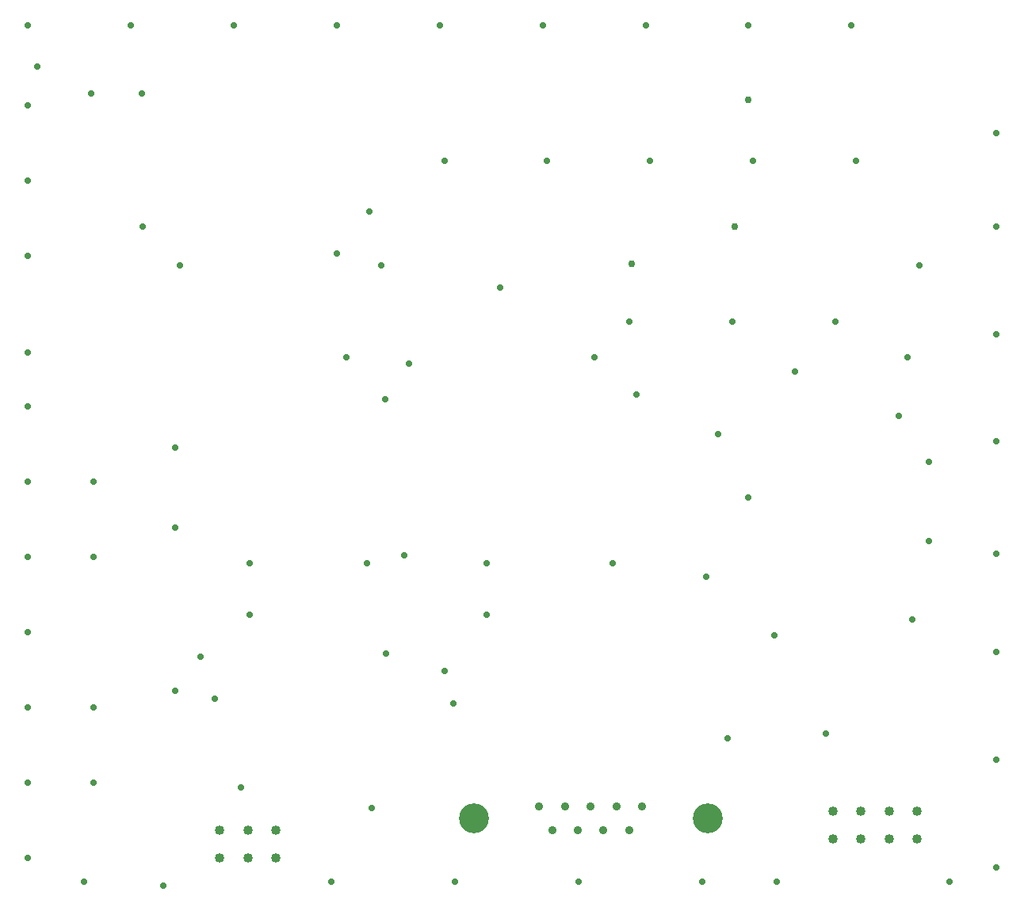
<source format=gbr>
%TF.GenerationSoftware,Altium Limited,Altium Designer,25.6.2 (33)*%
G04 Layer_Color=0*
%FSLAX45Y45*%
%MOMM*%
%TF.SameCoordinates,A7DCC95B-C82A-44D7-B00A-882B20F37DA3*%
%TF.FilePolarity,Positive*%
%TF.FileFunction,Plated,1,2,PTH,Drill*%
%TF.Part,Single*%
G01*
G75*
%TA.AperFunction,OtherDrill,Pad Free-4 (97mm,95.5mm)*%
%ADD66C,0.76200*%
%TA.AperFunction,OtherDrill,Pad Free-3 (108mm,99.5mm)*%
%ADD67C,0.76200*%
%TA.AperFunction,OtherDrill,Pad Free-2 (109.5mm,113mm)*%
%ADD68C,0.76200*%
%TA.AperFunction,ComponentDrill*%
%ADD69C,0.90000*%
%ADD70C,3.20000*%
%ADD71C,1.02000*%
%TA.AperFunction,ViaDrill,NotFilled*%
%ADD72C,0.71120*%
D66*
X9700000Y9550000D02*
D03*
D67*
X10800000Y9950000D02*
D03*
D68*
X10950000Y11300000D02*
D03*
D69*
X8715000Y3754000D02*
D03*
X8852000Y3500000D02*
D03*
X9126000D02*
D03*
X9400000D02*
D03*
X9674000D02*
D03*
X8989000Y3754000D02*
D03*
X9811000D02*
D03*
X9537000D02*
D03*
X9263000D02*
D03*
D70*
X8013000Y3627000D02*
D03*
X10513000D02*
D03*
D71*
X5599999Y3500001D02*
D03*
X5299999Y3200001D02*
D03*
X11850000Y3400000D02*
D03*
X5899999Y3200001D02*
D03*
X11850000Y3700000D02*
D03*
X12450000Y3400000D02*
D03*
X12750000Y3700000D02*
D03*
Y3400000D02*
D03*
X12150000D02*
D03*
X12450000Y3700000D02*
D03*
X12150000D02*
D03*
X5299999Y3500001D02*
D03*
X5599999Y3200001D02*
D03*
X5899999Y3500001D02*
D03*
D72*
X3950000Y7222726D02*
D03*
Y6418181D02*
D03*
Y4809090D02*
D03*
Y4004545D02*
D03*
X12773799Y9532500D02*
D03*
X11250000Y2950000D02*
D03*
X6923799Y3732500D02*
D03*
X7073799Y5382500D02*
D03*
X7273799Y6432500D02*
D03*
X5528727Y3953285D02*
D03*
X4823799Y4982500D02*
D03*
Y6732500D02*
D03*
Y7582500D02*
D03*
X4873799Y9532500D02*
D03*
X7023799D02*
D03*
X7323799Y8482500D02*
D03*
X10493799Y6202500D02*
D03*
X11223799Y5582500D02*
D03*
X10723799Y4482500D02*
D03*
X11773799Y4532500D02*
D03*
X12873799Y6582500D02*
D03*
Y7432500D02*
D03*
X10623799Y7732500D02*
D03*
X11873798Y8932500D02*
D03*
X10773799D02*
D03*
X9673799D02*
D03*
X7699999Y10650000D02*
D03*
X8799999D02*
D03*
X9899999D02*
D03*
X10999999D02*
D03*
X12099998D02*
D03*
X13600000Y4250000D02*
D03*
Y3100000D02*
D03*
X12049999Y12100000D02*
D03*
X10949999D02*
D03*
X9849999D02*
D03*
X8749999D02*
D03*
X7649999D02*
D03*
X6549999D02*
D03*
X5450000D02*
D03*
X4350000D02*
D03*
X3250000D02*
D03*
X13600000Y5400000D02*
D03*
Y6450000D02*
D03*
Y7650000D02*
D03*
Y8800000D02*
D03*
Y9950000D02*
D03*
Y10950000D02*
D03*
X13099998Y2950000D02*
D03*
X10457142D02*
D03*
X9135714D02*
D03*
X7814285D02*
D03*
X6492857D02*
D03*
X4700000Y2900000D02*
D03*
X3850000Y2950000D02*
D03*
X3250000Y3200000D02*
D03*
Y4004545D02*
D03*
Y4809090D02*
D03*
Y5613636D02*
D03*
Y6418181D02*
D03*
Y7222726D02*
D03*
Y8027271D02*
D03*
Y9636362D02*
D03*
X3250000Y10440907D02*
D03*
X3250000Y11245452D02*
D03*
X12700000Y5750000D02*
D03*
X5100000Y5350000D02*
D03*
X5250000Y4900000D02*
D03*
X5620000Y6350000D02*
D03*
Y5800000D02*
D03*
X6870000Y6350000D02*
D03*
X3250000Y8600000D02*
D03*
X3350000Y11660000D02*
D03*
X3929737Y11372432D02*
D03*
X4479190Y9946268D02*
D03*
X6650000Y8550000D02*
D03*
X6550000Y9660000D02*
D03*
X4470324Y11369185D02*
D03*
X7700000Y5200000D02*
D03*
X7800000Y4850000D02*
D03*
X8150000Y5800000D02*
D03*
Y6350000D02*
D03*
X10945000Y7049999D02*
D03*
X9500000Y6350000D02*
D03*
X7070000Y8100000D02*
D03*
X8300000Y9300000D02*
D03*
X6900000Y10110000D02*
D03*
X9300000Y8550000D02*
D03*
X9750000Y8150000D02*
D03*
X11445000Y8399999D02*
D03*
X12556372Y7926658D02*
D03*
X12650000Y8550000D02*
D03*
%TF.MD5,527632206e4c01d4576020ac19c6312c*%
M02*

</source>
